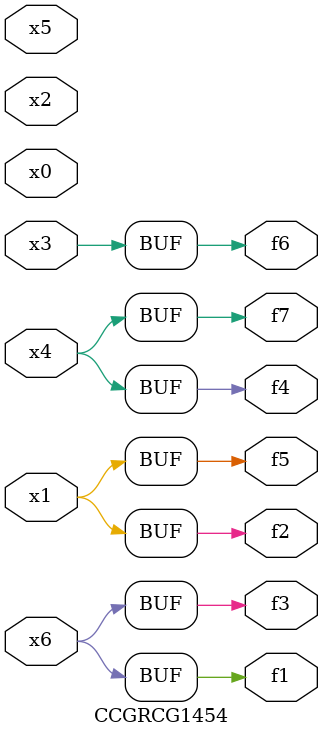
<source format=v>
module CCGRCG1454(
	input x0, x1, x2, x3, x4, x5, x6,
	output f1, f2, f3, f4, f5, f6, f7
);
	assign f1 = x6;
	assign f2 = x1;
	assign f3 = x6;
	assign f4 = x4;
	assign f5 = x1;
	assign f6 = x3;
	assign f7 = x4;
endmodule

</source>
